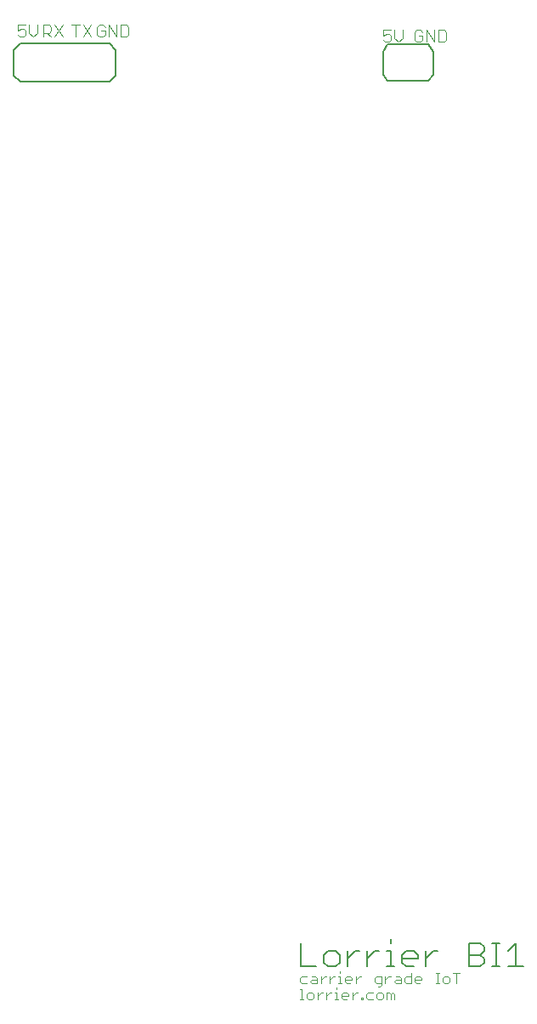
<source format=gbr>
G75*
%MOIN*%
%OFA0B0*%
%FSLAX24Y24*%
%IPPOS*%
%LPD*%
%AMOC8*
5,1,8,0,0,1.08239X$1,22.5*
%
%ADD10C,0.0040*%
%ADD11C,0.0050*%
%ADD12C,0.0080*%
D10*
X016489Y001380D02*
X016624Y001380D01*
X016556Y001380D02*
X016556Y001785D01*
X016489Y001785D01*
X016556Y002010D02*
X016759Y002010D01*
X016899Y002077D02*
X016966Y002010D01*
X017169Y002010D01*
X017169Y002212D01*
X017101Y002280D01*
X016966Y002280D01*
X016966Y002145D02*
X017169Y002145D01*
X017308Y002145D02*
X017443Y002280D01*
X017511Y002280D01*
X017650Y002280D02*
X017650Y002010D01*
X017650Y002145D02*
X017785Y002280D01*
X017852Y002280D01*
X017991Y002280D02*
X018058Y002280D01*
X018058Y002010D01*
X017991Y002010D02*
X018126Y002010D01*
X018264Y002077D02*
X018332Y002010D01*
X018467Y002010D01*
X018534Y002145D02*
X018264Y002145D01*
X018264Y002212D02*
X018332Y002280D01*
X018467Y002280D01*
X018534Y002212D01*
X018534Y002145D01*
X018674Y002145D02*
X018809Y002280D01*
X018876Y002280D01*
X018674Y002280D02*
X018674Y002010D01*
X018672Y001650D02*
X018740Y001650D01*
X018672Y001650D02*
X018537Y001515D01*
X018537Y001380D02*
X018537Y001650D01*
X018398Y001582D02*
X018398Y001515D01*
X018127Y001515D01*
X018127Y001582D02*
X018195Y001650D01*
X018330Y001650D01*
X018398Y001582D01*
X018330Y001380D02*
X018195Y001380D01*
X018127Y001447D01*
X018127Y001582D01*
X017922Y001650D02*
X017922Y001380D01*
X017989Y001380D02*
X017854Y001380D01*
X017854Y001650D02*
X017922Y001650D01*
X017922Y001785D02*
X017922Y001853D01*
X017716Y001650D02*
X017648Y001650D01*
X017513Y001515D01*
X017513Y001380D02*
X017513Y001650D01*
X017374Y001650D02*
X017307Y001650D01*
X017172Y001515D01*
X017172Y001380D02*
X017172Y001650D01*
X017032Y001582D02*
X016965Y001650D01*
X016830Y001650D01*
X016762Y001582D01*
X016762Y001447D01*
X016830Y001380D01*
X016965Y001380D01*
X017032Y001447D01*
X017032Y001582D01*
X017308Y002010D02*
X017308Y002280D01*
X016966Y002145D02*
X016899Y002077D01*
X016759Y002280D02*
X016556Y002280D01*
X016489Y002212D01*
X016489Y002077D01*
X016556Y002010D01*
X018058Y002415D02*
X018058Y002483D01*
X018264Y002212D02*
X018264Y002077D01*
X018878Y001447D02*
X018946Y001447D01*
X018946Y001380D01*
X018878Y001380D01*
X018878Y001447D01*
X019083Y001447D02*
X019151Y001380D01*
X019353Y001380D01*
X019493Y001447D02*
X019560Y001380D01*
X019696Y001380D01*
X019763Y001447D01*
X019763Y001582D01*
X019696Y001650D01*
X019560Y001650D01*
X019493Y001582D01*
X019493Y001447D01*
X019353Y001650D02*
X019151Y001650D01*
X019083Y001582D01*
X019083Y001447D01*
X019492Y002010D02*
X019695Y002010D01*
X019695Y001942D02*
X019695Y002280D01*
X019492Y002280D01*
X019425Y002212D01*
X019425Y002077D01*
X019492Y002010D01*
X019560Y001875D02*
X019627Y001875D01*
X019695Y001942D01*
X019834Y002010D02*
X019834Y002280D01*
X019834Y002145D02*
X019969Y002280D01*
X020037Y002280D01*
X020243Y002280D02*
X020378Y002280D01*
X020446Y002212D01*
X020446Y002010D01*
X020243Y002010D01*
X020176Y002077D01*
X020243Y002145D01*
X020446Y002145D01*
X020585Y002212D02*
X020653Y002280D01*
X020855Y002280D01*
X020855Y002415D02*
X020855Y002010D01*
X020653Y002010D01*
X020585Y002077D01*
X020585Y002212D01*
X020105Y001650D02*
X020173Y001582D01*
X020173Y001380D01*
X020038Y001380D02*
X020038Y001582D01*
X020105Y001650D01*
X020038Y001582D02*
X019970Y001650D01*
X019903Y001650D01*
X019903Y001380D01*
X020995Y002077D02*
X021062Y002010D01*
X021198Y002010D01*
X021265Y002145D02*
X020995Y002145D01*
X020995Y002212D02*
X021062Y002280D01*
X021198Y002280D01*
X021265Y002212D01*
X021265Y002145D01*
X020995Y002077D02*
X020995Y002212D01*
X021814Y002010D02*
X021949Y002010D01*
X021882Y002010D02*
X021882Y002415D01*
X021949Y002415D02*
X021814Y002415D01*
X022087Y002212D02*
X022087Y002077D01*
X022155Y002010D01*
X022290Y002010D01*
X022357Y002077D01*
X022357Y002212D01*
X022290Y002280D01*
X022155Y002280D01*
X022087Y002212D01*
X022497Y002415D02*
X022767Y002415D01*
X022632Y002415D02*
X022632Y002010D01*
X022142Y038929D02*
X021912Y038929D01*
X021912Y039389D01*
X022142Y039389D01*
X022219Y039313D01*
X022219Y039006D01*
X022142Y038929D01*
X021758Y038929D02*
X021758Y039389D01*
X021451Y039389D02*
X021758Y038929D01*
X021451Y038929D02*
X021451Y039389D01*
X021298Y039313D02*
X021221Y039389D01*
X021068Y039389D01*
X020991Y039313D01*
X020991Y039006D01*
X021068Y038929D01*
X021221Y038929D01*
X021298Y039006D01*
X021298Y039159D01*
X021144Y039159D01*
X020508Y039083D02*
X020355Y038929D01*
X020201Y039083D01*
X020201Y039389D01*
X020048Y039389D02*
X019741Y039389D01*
X019741Y039159D01*
X019894Y039236D01*
X019971Y039236D01*
X020048Y039159D01*
X020048Y039006D01*
X019971Y038929D01*
X019818Y038929D01*
X019741Y039006D01*
X020508Y039083D02*
X020508Y039389D01*
X009760Y039515D02*
X009760Y039208D01*
X009683Y039131D01*
X009453Y039131D01*
X009453Y039591D01*
X009683Y039591D01*
X009760Y039515D01*
X009299Y039591D02*
X009299Y039131D01*
X008992Y039591D01*
X008992Y039131D01*
X008839Y039208D02*
X008839Y039361D01*
X008685Y039361D01*
X008532Y039208D02*
X008532Y039515D01*
X008609Y039591D01*
X008762Y039591D01*
X008839Y039515D01*
X008839Y039208D02*
X008762Y039131D01*
X008609Y039131D01*
X008532Y039208D01*
X008299Y039131D02*
X007992Y039591D01*
X007839Y039591D02*
X007532Y039591D01*
X007685Y039591D02*
X007685Y039131D01*
X007992Y039131D02*
X008299Y039591D01*
X007174Y039591D02*
X006867Y039131D01*
X006714Y039131D02*
X006560Y039284D01*
X006637Y039284D02*
X006407Y039284D01*
X006407Y039131D02*
X006407Y039591D01*
X006637Y039591D01*
X006714Y039515D01*
X006714Y039361D01*
X006637Y039284D01*
X006867Y039591D02*
X007174Y039131D01*
X006174Y039284D02*
X006174Y039591D01*
X006174Y039284D02*
X006021Y039131D01*
X005867Y039284D01*
X005867Y039591D01*
X005714Y039591D02*
X005407Y039591D01*
X005407Y039361D01*
X005560Y039438D01*
X005637Y039438D01*
X005714Y039361D01*
X005714Y039208D01*
X005637Y039131D01*
X005484Y039131D01*
X005407Y039208D01*
D11*
X019737Y038553D02*
X019737Y037647D01*
X019933Y037411D01*
X021508Y037411D01*
X021705Y037647D01*
X021705Y038553D01*
X021508Y038828D01*
X019933Y038828D01*
X019737Y038553D01*
D12*
X009262Y038611D02*
X009262Y037611D01*
X009012Y037361D01*
X005512Y037361D01*
X005262Y037611D01*
X005262Y038611D01*
X005512Y038861D01*
X009012Y038861D01*
X009262Y038611D01*
X020039Y003734D02*
X020039Y003580D01*
X020039Y003274D02*
X020039Y002660D01*
X020192Y002660D02*
X019885Y002660D01*
X019885Y003274D02*
X020039Y003274D01*
X019578Y003274D02*
X019425Y003274D01*
X019118Y002967D01*
X019118Y002660D02*
X019118Y003274D01*
X018811Y003274D02*
X018657Y003274D01*
X018350Y002967D01*
X018350Y002660D02*
X018350Y003274D01*
X018044Y003120D02*
X017890Y003274D01*
X017583Y003274D01*
X017430Y003120D01*
X017430Y002813D01*
X017583Y002660D01*
X017890Y002660D01*
X018044Y002813D01*
X018044Y003120D01*
X017123Y002660D02*
X016509Y002660D01*
X016509Y003580D01*
X020499Y003120D02*
X020499Y002813D01*
X020652Y002660D01*
X020959Y002660D01*
X021113Y002967D02*
X020499Y002967D01*
X020499Y003120D02*
X020652Y003274D01*
X020959Y003274D01*
X021113Y003120D01*
X021113Y002967D01*
X021420Y002967D02*
X021727Y003274D01*
X021880Y003274D01*
X021420Y003274D02*
X021420Y002660D01*
X023108Y002660D02*
X023568Y002660D01*
X023722Y002813D01*
X023722Y002967D01*
X023568Y003120D01*
X023108Y003120D01*
X023108Y002660D02*
X023108Y003580D01*
X023568Y003580D01*
X023722Y003427D01*
X023722Y003274D01*
X023568Y003120D01*
X024029Y002660D02*
X024336Y002660D01*
X024182Y002660D02*
X024182Y003580D01*
X024029Y003580D02*
X024336Y003580D01*
X024643Y003274D02*
X024949Y003580D01*
X024949Y002660D01*
X024643Y002660D02*
X025256Y002660D01*
M02*

</source>
